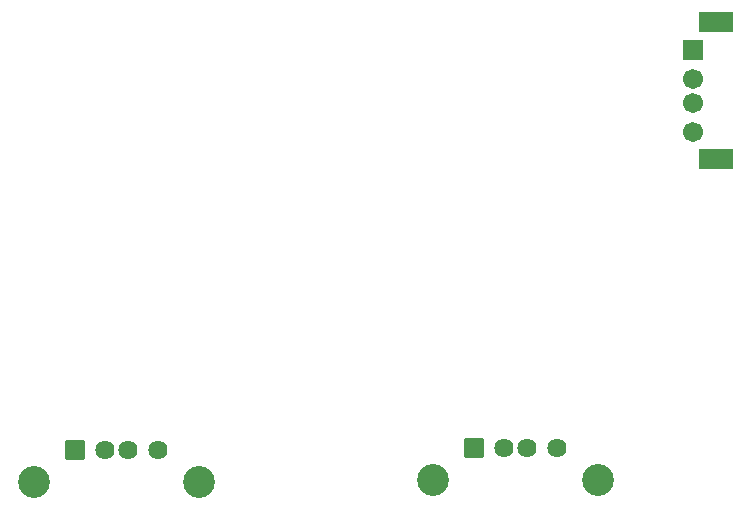
<source format=gbs>
G04 Layer: BottomSolderMaskLayer*
G04 EasyEDA v6.5.44, 2024-08-15 16:09:49*
G04 6019c0ef6d974e658929918cbd89991a,14e18c81352b4cb09636949e9aeec340,10*
G04 Gerber Generator version 0.2*
G04 Scale: 100 percent, Rotated: No, Reflected: No *
G04 Dimensions in millimeters *
G04 leading zeros omitted , absolute positions ,4 integer and 5 decimal *
%FSLAX45Y45*%
%MOMM*%

%AMMACRO1*4,1,8,-1.4211,-0.8508,-1.4508,-0.8208,-1.4508,0.8211,-1.4211,0.8508,1.4209,0.8508,1.4508,0.8211,1.4508,-0.8208,1.4209,-0.8508,-1.4211,-0.8508,0*%
%AMMACRO2*4,1,8,-0.8212,-0.8508,-0.8509,-0.8208,-0.8509,0.8211,-0.8212,0.8508,0.8209,0.8508,0.8509,0.8211,0.8509,-0.8208,0.8209,-0.8508,-0.8212,-0.8508,0*%
%AMMACRO3*4,1,8,-0.7831,-0.8128,-0.8128,-0.7828,-0.8128,0.7831,-0.7831,0.8128,0.7828,0.8128,0.8128,0.7831,0.8128,-0.7828,0.7828,-0.8128,-0.7831,-0.8128,0*%
%ADD10MACRO1*%
%ADD11MACRO2*%
%ADD12C,1.7016*%
%ADD13C,2.7016*%
%ADD14C,1.6256*%
%ADD15MACRO3*%

%LPD*%
D10*
G01*
X6869099Y6608203D03*
G01*
X6869099Y7768196D03*
D11*
G01*
X6669100Y7538199D03*
D12*
G01*
X6669100Y7288199D03*
G01*
X6669100Y7088200D03*
G01*
X6669100Y6838187D03*
D13*
G01*
X1090701Y3877690D03*
G01*
X2490698Y3877690D03*
D14*
G01*
X2140686Y4148683D03*
G01*
X1890699Y4148683D03*
G01*
X1690700Y4148683D03*
D15*
G01*
X1440688Y4148683D03*
D13*
G01*
X4468901Y3890390D03*
G01*
X5868898Y3890390D03*
D14*
G01*
X5518886Y4161383D03*
G01*
X5268899Y4161383D03*
G01*
X5068900Y4161383D03*
D15*
G01*
X4818888Y4161383D03*
M02*

</source>
